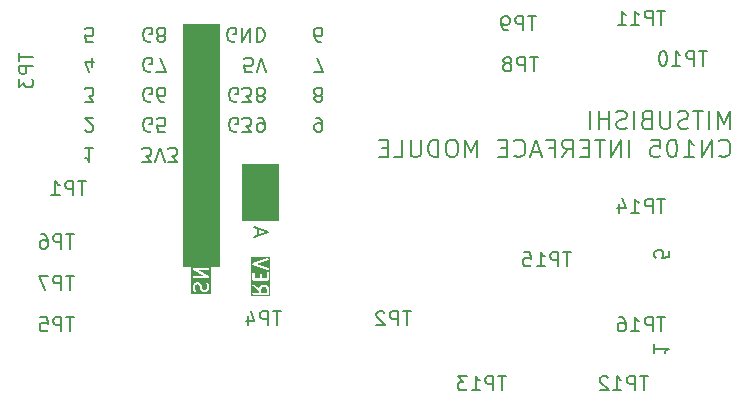
<source format=gbo>
%TF.GenerationSoftware,KiCad,Pcbnew,9.0.0-rc3-13-g9b184afb43*%
%TF.CreationDate,2025-02-16T14:58:27-08:00*%
%TF.ProjectId,Carrier_Board,43617272-6965-4725-9f42-6f6172642e6b,rev?*%
%TF.SameCoordinates,Original*%
%TF.FileFunction,Legend,Bot*%
%TF.FilePolarity,Positive*%
%FSLAX46Y46*%
G04 Gerber Fmt 4.6, Leading zero omitted, Abs format (unit mm)*
G04 Created by KiCad (PCBNEW 9.0.0-rc3-13-g9b184afb43) date 2025-02-16 14:58:27*
%MOMM*%
%LPD*%
G01*
G04 APERTURE LIST*
%ADD10C,0.100000*%
%ADD11C,0.180000*%
%ADD12C,0.200000*%
G04 APERTURE END LIST*
D10*
X139250000Y-96381250D02*
X142250000Y-96381250D01*
X142250000Y-101143750D01*
X139250000Y-101143750D01*
X139250000Y-96381250D01*
G36*
X139250000Y-96381250D02*
G01*
X142250000Y-96381250D01*
X142250000Y-101143750D01*
X139250000Y-101143750D01*
X139250000Y-96381250D01*
G37*
X134250000Y-84525000D02*
X137250000Y-84525000D01*
X137250000Y-105000000D01*
X134250000Y-105000000D01*
X134250000Y-84525000D01*
G36*
X134250000Y-84525000D02*
G01*
X137250000Y-84525000D01*
X137250000Y-105000000D01*
X134250000Y-105000000D01*
X134250000Y-84525000D01*
G37*
D11*
X140572074Y-102415507D02*
X140572074Y-101844079D01*
X140229217Y-102529793D02*
X141429217Y-102129793D01*
X141429217Y-102129793D02*
X140229217Y-101729793D01*
G36*
X136579550Y-107376340D02*
G01*
X134932884Y-107376340D01*
X134932884Y-106695864D01*
X135066217Y-106695864D01*
X135066217Y-106981579D01*
X135067091Y-106990462D01*
X135066923Y-106992836D01*
X135067632Y-106995956D01*
X135067946Y-106999137D01*
X135068855Y-107001332D01*
X135070836Y-107010040D01*
X135127979Y-107181468D01*
X135135171Y-107197578D01*
X135158180Y-107224106D01*
X135189589Y-107239811D01*
X135224617Y-107242300D01*
X135257931Y-107231196D01*
X135284459Y-107208187D01*
X135300164Y-107176778D01*
X135302654Y-107141750D01*
X135298741Y-107124546D01*
X135246217Y-106966974D01*
X135246217Y-106717110D01*
X135287326Y-106634891D01*
X135323815Y-106598401D01*
X135406034Y-106557293D01*
X135477829Y-106557293D01*
X135560048Y-106598403D01*
X135596534Y-106634890D01*
X135642728Y-106727276D01*
X135697475Y-106946265D01*
X135697938Y-106947560D01*
X135697984Y-106948208D01*
X135700774Y-106955498D01*
X135703411Y-106962879D01*
X135703798Y-106963402D01*
X135704290Y-106964686D01*
X135761433Y-107078971D01*
X135766189Y-107086526D01*
X135767099Y-107088723D01*
X135769128Y-107091196D01*
X135770832Y-107093902D01*
X135772625Y-107095457D01*
X135778291Y-107102361D01*
X135835434Y-107159503D01*
X135842336Y-107165167D01*
X135843894Y-107166964D01*
X135846600Y-107168667D01*
X135849072Y-107170696D01*
X135851268Y-107171605D01*
X135858825Y-107176362D01*
X135973111Y-107233506D01*
X135989589Y-107239811D01*
X135992813Y-107240040D01*
X135995802Y-107241278D01*
X136013360Y-107243007D01*
X136127645Y-107243007D01*
X136145203Y-107241278D01*
X136148191Y-107240040D01*
X136151417Y-107239811D01*
X136167894Y-107233505D01*
X136282181Y-107176362D01*
X136289739Y-107171604D01*
X136291933Y-107170696D01*
X136294402Y-107168669D01*
X136297112Y-107166964D01*
X136298670Y-107165166D01*
X136305571Y-107159504D01*
X136362713Y-107102361D01*
X136368375Y-107095461D01*
X136370174Y-107093902D01*
X136371880Y-107091191D01*
X136373906Y-107088723D01*
X136374814Y-107086529D01*
X136379572Y-107078971D01*
X136436715Y-106964685D01*
X136443021Y-106948208D01*
X136443250Y-106944982D01*
X136444488Y-106941994D01*
X136446217Y-106924436D01*
X136446217Y-106638721D01*
X136445342Y-106629837D01*
X136445511Y-106627464D01*
X136444801Y-106624343D01*
X136444488Y-106621163D01*
X136443578Y-106618967D01*
X136441598Y-106610260D01*
X136384455Y-106438832D01*
X136377263Y-106422722D01*
X136354254Y-106396194D01*
X136322845Y-106380489D01*
X136287817Y-106377999D01*
X136254503Y-106389104D01*
X136227975Y-106412113D01*
X136212270Y-106443522D01*
X136209780Y-106478550D01*
X136213693Y-106495754D01*
X136266217Y-106653325D01*
X136266217Y-106903189D01*
X136225107Y-106985408D01*
X136188618Y-107021897D01*
X136106400Y-107063007D01*
X136034606Y-107063007D01*
X135952387Y-107021898D01*
X135915896Y-106985406D01*
X135869705Y-106893024D01*
X135814958Y-106674036D01*
X135814495Y-106672740D01*
X135814449Y-106672092D01*
X135811658Y-106664801D01*
X135809022Y-106657421D01*
X135808633Y-106656896D01*
X135808143Y-106655615D01*
X135751000Y-106541329D01*
X135746244Y-106533773D01*
X135745335Y-106531578D01*
X135743307Y-106529107D01*
X135741602Y-106526398D01*
X135739803Y-106524838D01*
X135734142Y-106517940D01*
X135677000Y-106460797D01*
X135670100Y-106455134D01*
X135668541Y-106453336D01*
X135665830Y-106451629D01*
X135663362Y-106449604D01*
X135661168Y-106448695D01*
X135653610Y-106443938D01*
X135539323Y-106386795D01*
X135522846Y-106380489D01*
X135519620Y-106380259D01*
X135516632Y-106379022D01*
X135499074Y-106377293D01*
X135384788Y-106377293D01*
X135367230Y-106379022D01*
X135364241Y-106380259D01*
X135361017Y-106380489D01*
X135344539Y-106386794D01*
X135230253Y-106443938D01*
X135222696Y-106448694D01*
X135220500Y-106449604D01*
X135218028Y-106451632D01*
X135215322Y-106453336D01*
X135213764Y-106455132D01*
X135206862Y-106460797D01*
X135149720Y-106517940D01*
X135144056Y-106524841D01*
X135142261Y-106526398D01*
X135140557Y-106529103D01*
X135138527Y-106531578D01*
X135137616Y-106533775D01*
X135132862Y-106541329D01*
X135075719Y-106655614D01*
X135069413Y-106672092D01*
X135069183Y-106675317D01*
X135067946Y-106678306D01*
X135066217Y-106695864D01*
X134932884Y-106695864D01*
X134932884Y-105273579D01*
X135066437Y-105273579D01*
X135067946Y-105279111D01*
X135067946Y-105284851D01*
X135072528Y-105295913D01*
X135075677Y-105307458D01*
X135079189Y-105311993D01*
X135081385Y-105317294D01*
X135089848Y-105325757D01*
X135097178Y-105335222D01*
X135104536Y-105340445D01*
X135106216Y-105342125D01*
X135107863Y-105342807D01*
X135111565Y-105345435D01*
X136017316Y-105863007D01*
X135156217Y-105863007D01*
X135138659Y-105864736D01*
X135106216Y-105878175D01*
X135081385Y-105903006D01*
X135067946Y-105935449D01*
X135067946Y-105970565D01*
X135081385Y-106003008D01*
X135106216Y-106027839D01*
X135138659Y-106041278D01*
X135156217Y-106043007D01*
X136356217Y-106043007D01*
X136360734Y-106042562D01*
X136362503Y-106042787D01*
X136364792Y-106042162D01*
X136373775Y-106041278D01*
X136384837Y-106036695D01*
X136396382Y-106033547D01*
X136400917Y-106030034D01*
X136406218Y-106027839D01*
X136414681Y-106019375D01*
X136424146Y-106012046D01*
X136426992Y-106007064D01*
X136431049Y-106003008D01*
X136435628Y-105991951D01*
X136441569Y-105981557D01*
X136442292Y-105975865D01*
X136444488Y-105970565D01*
X136444488Y-105958592D01*
X136445997Y-105946721D01*
X136444488Y-105941188D01*
X136444488Y-105935449D01*
X136439905Y-105924386D01*
X136436757Y-105912842D01*
X136433244Y-105908306D01*
X136431049Y-105903006D01*
X136422587Y-105894544D01*
X136415256Y-105885077D01*
X136407895Y-105879852D01*
X136406218Y-105878175D01*
X136404571Y-105877492D01*
X136400869Y-105874865D01*
X135495118Y-105357293D01*
X136356217Y-105357293D01*
X136373775Y-105355564D01*
X136406218Y-105342125D01*
X136431049Y-105317294D01*
X136444488Y-105284851D01*
X136444488Y-105249735D01*
X136431049Y-105217292D01*
X136406218Y-105192461D01*
X136373775Y-105179022D01*
X136356217Y-105177293D01*
X135156217Y-105177293D01*
X135151699Y-105177737D01*
X135149931Y-105177513D01*
X135147641Y-105178137D01*
X135138659Y-105179022D01*
X135127596Y-105183604D01*
X135116052Y-105186753D01*
X135111516Y-105190265D01*
X135106216Y-105192461D01*
X135097752Y-105200924D01*
X135088288Y-105208254D01*
X135085441Y-105213235D01*
X135081385Y-105217292D01*
X135076805Y-105228348D01*
X135070865Y-105238743D01*
X135070141Y-105244434D01*
X135067946Y-105249735D01*
X135067946Y-105261707D01*
X135066437Y-105273579D01*
X134932884Y-105273579D01*
X134932884Y-105043960D01*
X136579550Y-105043960D01*
X136579550Y-107376340D01*
G37*
G36*
X141236618Y-106803759D02*
G01*
X141273107Y-106840248D01*
X141314217Y-106922467D01*
X141314217Y-107268364D01*
X140865645Y-107268364D01*
X140865645Y-106922467D01*
X140906753Y-106840250D01*
X140943244Y-106803758D01*
X141025463Y-106762650D01*
X141154400Y-106762650D01*
X141236618Y-106803759D01*
G37*
G36*
X141627550Y-107581697D02*
G01*
X139980884Y-107581697D01*
X139980884Y-106670699D01*
X140114239Y-106670699D01*
X140120341Y-106705281D01*
X140139213Y-106734896D01*
X140152605Y-106746381D01*
X140685645Y-107119509D01*
X140685645Y-107268364D01*
X140204217Y-107268364D01*
X140186659Y-107270093D01*
X140154216Y-107283532D01*
X140129385Y-107308363D01*
X140115946Y-107340806D01*
X140115946Y-107375922D01*
X140129385Y-107408365D01*
X140154216Y-107433196D01*
X140186659Y-107446635D01*
X140204217Y-107448364D01*
X141404217Y-107448364D01*
X141421775Y-107446635D01*
X141454218Y-107433196D01*
X141479049Y-107408365D01*
X141492488Y-107375922D01*
X141494217Y-107358364D01*
X141494217Y-106901221D01*
X141492488Y-106883663D01*
X141491250Y-106880674D01*
X141491021Y-106877449D01*
X141484715Y-106860972D01*
X141427572Y-106746686D01*
X141422814Y-106739127D01*
X141421906Y-106736934D01*
X141419880Y-106734465D01*
X141418174Y-106731755D01*
X141416375Y-106730195D01*
X141410713Y-106723296D01*
X141353571Y-106666153D01*
X141346670Y-106660490D01*
X141345112Y-106658693D01*
X141342402Y-106656987D01*
X141339933Y-106654961D01*
X141337739Y-106654052D01*
X141330181Y-106649295D01*
X141215894Y-106592152D01*
X141199417Y-106585846D01*
X141196191Y-106585616D01*
X141193203Y-106584379D01*
X141175645Y-106582650D01*
X141004217Y-106582650D01*
X140986659Y-106584379D01*
X140983670Y-106585616D01*
X140980446Y-106585846D01*
X140963968Y-106592151D01*
X140849682Y-106649295D01*
X140842125Y-106654051D01*
X140839929Y-106654961D01*
X140837457Y-106656989D01*
X140834751Y-106658693D01*
X140833193Y-106660489D01*
X140826291Y-106666154D01*
X140769148Y-106723296D01*
X140763482Y-106730199D01*
X140761689Y-106731755D01*
X140759985Y-106734460D01*
X140757956Y-106736934D01*
X140757046Y-106739130D01*
X140752290Y-106746686D01*
X140695147Y-106860971D01*
X140688841Y-106877449D01*
X140688611Y-106880674D01*
X140687374Y-106883663D01*
X140685776Y-106899882D01*
X140255829Y-106598919D01*
X140240453Y-106590267D01*
X140206168Y-106582672D01*
X140171586Y-106588774D01*
X140141971Y-106607646D01*
X140121834Y-106636414D01*
X140114239Y-106670699D01*
X139980884Y-106670699D01*
X139980884Y-105586936D01*
X140114217Y-105586936D01*
X140114217Y-106158364D01*
X140115946Y-106175922D01*
X140129385Y-106208365D01*
X140154216Y-106233196D01*
X140186659Y-106246635D01*
X140204217Y-106248364D01*
X141404217Y-106248364D01*
X141421775Y-106246635D01*
X141454218Y-106233196D01*
X141479049Y-106208365D01*
X141492488Y-106175922D01*
X141494217Y-106158364D01*
X141494217Y-105586936D01*
X141492488Y-105569378D01*
X141479049Y-105536935D01*
X141454218Y-105512104D01*
X141421775Y-105498665D01*
X141386659Y-105498665D01*
X141354216Y-105512104D01*
X141329385Y-105536935D01*
X141315946Y-105569378D01*
X141314217Y-105586936D01*
X141314217Y-106068364D01*
X140922788Y-106068364D01*
X140922788Y-105758364D01*
X140921059Y-105740806D01*
X140907620Y-105708363D01*
X140882789Y-105683532D01*
X140850346Y-105670093D01*
X140815230Y-105670093D01*
X140782787Y-105683532D01*
X140757956Y-105708363D01*
X140744517Y-105740806D01*
X140742788Y-105758364D01*
X140742788Y-106068364D01*
X140294217Y-106068364D01*
X140294217Y-105586936D01*
X140292488Y-105569378D01*
X140279049Y-105536935D01*
X140254218Y-105512104D01*
X140221775Y-105498665D01*
X140186659Y-105498665D01*
X140154216Y-105512104D01*
X140129385Y-105536935D01*
X140115946Y-105569378D01*
X140114217Y-105586936D01*
X139980884Y-105586936D01*
X139980884Y-104832822D01*
X140114923Y-104832822D01*
X140115723Y-104844079D01*
X140114923Y-104855336D01*
X140116957Y-104861438D01*
X140117413Y-104867850D01*
X140122457Y-104877938D01*
X140126028Y-104888650D01*
X140130243Y-104893510D01*
X140133118Y-104899259D01*
X140141642Y-104906653D01*
X140149037Y-104915178D01*
X140154785Y-104918052D01*
X140159646Y-104922268D01*
X140175757Y-104929460D01*
X141375756Y-105329460D01*
X141392960Y-105333373D01*
X141427988Y-105330883D01*
X141459397Y-105315178D01*
X141482406Y-105288650D01*
X141493510Y-105255336D01*
X141491021Y-105220308D01*
X141475316Y-105188899D01*
X141448788Y-105165890D01*
X141432677Y-105158697D01*
X140488820Y-104844079D01*
X141432677Y-104529461D01*
X141448788Y-104522268D01*
X141475316Y-104499259D01*
X141491021Y-104467850D01*
X141493510Y-104432822D01*
X141482406Y-104399508D01*
X141459397Y-104372980D01*
X141427988Y-104357275D01*
X141392960Y-104354785D01*
X141375756Y-104358698D01*
X140175757Y-104758698D01*
X140159646Y-104765890D01*
X140154785Y-104770105D01*
X140149037Y-104772980D01*
X140141642Y-104781504D01*
X140133118Y-104788899D01*
X140130243Y-104794647D01*
X140126028Y-104799508D01*
X140122457Y-104810219D01*
X140117413Y-104820308D01*
X140116957Y-104826719D01*
X140114923Y-104832822D01*
X139980884Y-104832822D01*
X139980884Y-104221452D01*
X141627550Y-104221452D01*
X141627550Y-107581697D01*
G37*
D12*
X180511279Y-93391112D02*
X180511279Y-91891112D01*
X180511279Y-91891112D02*
X180011279Y-92962541D01*
X180011279Y-92962541D02*
X179511279Y-91891112D01*
X179511279Y-91891112D02*
X179511279Y-93391112D01*
X178796993Y-93391112D02*
X178796993Y-91891112D01*
X178296992Y-91891112D02*
X177439850Y-91891112D01*
X177868421Y-93391112D02*
X177868421Y-91891112D01*
X177011278Y-93319684D02*
X176796993Y-93391112D01*
X176796993Y-93391112D02*
X176439850Y-93391112D01*
X176439850Y-93391112D02*
X176296993Y-93319684D01*
X176296993Y-93319684D02*
X176225564Y-93248255D01*
X176225564Y-93248255D02*
X176154135Y-93105398D01*
X176154135Y-93105398D02*
X176154135Y-92962541D01*
X176154135Y-92962541D02*
X176225564Y-92819684D01*
X176225564Y-92819684D02*
X176296993Y-92748255D01*
X176296993Y-92748255D02*
X176439850Y-92676826D01*
X176439850Y-92676826D02*
X176725564Y-92605398D01*
X176725564Y-92605398D02*
X176868421Y-92533969D01*
X176868421Y-92533969D02*
X176939850Y-92462541D01*
X176939850Y-92462541D02*
X177011278Y-92319684D01*
X177011278Y-92319684D02*
X177011278Y-92176826D01*
X177011278Y-92176826D02*
X176939850Y-92033969D01*
X176939850Y-92033969D02*
X176868421Y-91962541D01*
X176868421Y-91962541D02*
X176725564Y-91891112D01*
X176725564Y-91891112D02*
X176368421Y-91891112D01*
X176368421Y-91891112D02*
X176154135Y-91962541D01*
X175511279Y-91891112D02*
X175511279Y-93105398D01*
X175511279Y-93105398D02*
X175439850Y-93248255D01*
X175439850Y-93248255D02*
X175368422Y-93319684D01*
X175368422Y-93319684D02*
X175225564Y-93391112D01*
X175225564Y-93391112D02*
X174939850Y-93391112D01*
X174939850Y-93391112D02*
X174796993Y-93319684D01*
X174796993Y-93319684D02*
X174725564Y-93248255D01*
X174725564Y-93248255D02*
X174654136Y-93105398D01*
X174654136Y-93105398D02*
X174654136Y-91891112D01*
X173439850Y-92605398D02*
X173225564Y-92676826D01*
X173225564Y-92676826D02*
X173154135Y-92748255D01*
X173154135Y-92748255D02*
X173082707Y-92891112D01*
X173082707Y-92891112D02*
X173082707Y-93105398D01*
X173082707Y-93105398D02*
X173154135Y-93248255D01*
X173154135Y-93248255D02*
X173225564Y-93319684D01*
X173225564Y-93319684D02*
X173368421Y-93391112D01*
X173368421Y-93391112D02*
X173939850Y-93391112D01*
X173939850Y-93391112D02*
X173939850Y-91891112D01*
X173939850Y-91891112D02*
X173439850Y-91891112D01*
X173439850Y-91891112D02*
X173296993Y-91962541D01*
X173296993Y-91962541D02*
X173225564Y-92033969D01*
X173225564Y-92033969D02*
X173154135Y-92176826D01*
X173154135Y-92176826D02*
X173154135Y-92319684D01*
X173154135Y-92319684D02*
X173225564Y-92462541D01*
X173225564Y-92462541D02*
X173296993Y-92533969D01*
X173296993Y-92533969D02*
X173439850Y-92605398D01*
X173439850Y-92605398D02*
X173939850Y-92605398D01*
X172439850Y-93391112D02*
X172439850Y-91891112D01*
X171796992Y-93319684D02*
X171582707Y-93391112D01*
X171582707Y-93391112D02*
X171225564Y-93391112D01*
X171225564Y-93391112D02*
X171082707Y-93319684D01*
X171082707Y-93319684D02*
X171011278Y-93248255D01*
X171011278Y-93248255D02*
X170939849Y-93105398D01*
X170939849Y-93105398D02*
X170939849Y-92962541D01*
X170939849Y-92962541D02*
X171011278Y-92819684D01*
X171011278Y-92819684D02*
X171082707Y-92748255D01*
X171082707Y-92748255D02*
X171225564Y-92676826D01*
X171225564Y-92676826D02*
X171511278Y-92605398D01*
X171511278Y-92605398D02*
X171654135Y-92533969D01*
X171654135Y-92533969D02*
X171725564Y-92462541D01*
X171725564Y-92462541D02*
X171796992Y-92319684D01*
X171796992Y-92319684D02*
X171796992Y-92176826D01*
X171796992Y-92176826D02*
X171725564Y-92033969D01*
X171725564Y-92033969D02*
X171654135Y-91962541D01*
X171654135Y-91962541D02*
X171511278Y-91891112D01*
X171511278Y-91891112D02*
X171154135Y-91891112D01*
X171154135Y-91891112D02*
X170939849Y-91962541D01*
X170296993Y-93391112D02*
X170296993Y-91891112D01*
X170296993Y-92605398D02*
X169439850Y-92605398D01*
X169439850Y-93391112D02*
X169439850Y-91891112D01*
X168725564Y-93391112D02*
X168725564Y-91891112D01*
X179654136Y-95663171D02*
X179725564Y-95734600D01*
X179725564Y-95734600D02*
X179939850Y-95806028D01*
X179939850Y-95806028D02*
X180082707Y-95806028D01*
X180082707Y-95806028D02*
X180296993Y-95734600D01*
X180296993Y-95734600D02*
X180439850Y-95591742D01*
X180439850Y-95591742D02*
X180511279Y-95448885D01*
X180511279Y-95448885D02*
X180582707Y-95163171D01*
X180582707Y-95163171D02*
X180582707Y-94948885D01*
X180582707Y-94948885D02*
X180511279Y-94663171D01*
X180511279Y-94663171D02*
X180439850Y-94520314D01*
X180439850Y-94520314D02*
X180296993Y-94377457D01*
X180296993Y-94377457D02*
X180082707Y-94306028D01*
X180082707Y-94306028D02*
X179939850Y-94306028D01*
X179939850Y-94306028D02*
X179725564Y-94377457D01*
X179725564Y-94377457D02*
X179654136Y-94448885D01*
X179011279Y-95806028D02*
X179011279Y-94306028D01*
X179011279Y-94306028D02*
X178154136Y-95806028D01*
X178154136Y-95806028D02*
X178154136Y-94306028D01*
X176654135Y-95806028D02*
X177511278Y-95806028D01*
X177082707Y-95806028D02*
X177082707Y-94306028D01*
X177082707Y-94306028D02*
X177225564Y-94520314D01*
X177225564Y-94520314D02*
X177368421Y-94663171D01*
X177368421Y-94663171D02*
X177511278Y-94734600D01*
X175725564Y-94306028D02*
X175582707Y-94306028D01*
X175582707Y-94306028D02*
X175439850Y-94377457D01*
X175439850Y-94377457D02*
X175368422Y-94448885D01*
X175368422Y-94448885D02*
X175296993Y-94591742D01*
X175296993Y-94591742D02*
X175225564Y-94877457D01*
X175225564Y-94877457D02*
X175225564Y-95234600D01*
X175225564Y-95234600D02*
X175296993Y-95520314D01*
X175296993Y-95520314D02*
X175368422Y-95663171D01*
X175368422Y-95663171D02*
X175439850Y-95734600D01*
X175439850Y-95734600D02*
X175582707Y-95806028D01*
X175582707Y-95806028D02*
X175725564Y-95806028D01*
X175725564Y-95806028D02*
X175868422Y-95734600D01*
X175868422Y-95734600D02*
X175939850Y-95663171D01*
X175939850Y-95663171D02*
X176011279Y-95520314D01*
X176011279Y-95520314D02*
X176082707Y-95234600D01*
X176082707Y-95234600D02*
X176082707Y-94877457D01*
X176082707Y-94877457D02*
X176011279Y-94591742D01*
X176011279Y-94591742D02*
X175939850Y-94448885D01*
X175939850Y-94448885D02*
X175868422Y-94377457D01*
X175868422Y-94377457D02*
X175725564Y-94306028D01*
X173868422Y-94306028D02*
X174582708Y-94306028D01*
X174582708Y-94306028D02*
X174654136Y-95020314D01*
X174654136Y-95020314D02*
X174582708Y-94948885D01*
X174582708Y-94948885D02*
X174439851Y-94877457D01*
X174439851Y-94877457D02*
X174082708Y-94877457D01*
X174082708Y-94877457D02*
X173939851Y-94948885D01*
X173939851Y-94948885D02*
X173868422Y-95020314D01*
X173868422Y-95020314D02*
X173796993Y-95163171D01*
X173796993Y-95163171D02*
X173796993Y-95520314D01*
X173796993Y-95520314D02*
X173868422Y-95663171D01*
X173868422Y-95663171D02*
X173939851Y-95734600D01*
X173939851Y-95734600D02*
X174082708Y-95806028D01*
X174082708Y-95806028D02*
X174439851Y-95806028D01*
X174439851Y-95806028D02*
X174582708Y-95734600D01*
X174582708Y-95734600D02*
X174654136Y-95663171D01*
X172011280Y-95806028D02*
X172011280Y-94306028D01*
X171296994Y-95806028D02*
X171296994Y-94306028D01*
X171296994Y-94306028D02*
X170439851Y-95806028D01*
X170439851Y-95806028D02*
X170439851Y-94306028D01*
X169939850Y-94306028D02*
X169082708Y-94306028D01*
X169511279Y-95806028D02*
X169511279Y-94306028D01*
X168582708Y-95020314D02*
X168082708Y-95020314D01*
X167868422Y-95806028D02*
X168582708Y-95806028D01*
X168582708Y-95806028D02*
X168582708Y-94306028D01*
X168582708Y-94306028D02*
X167868422Y-94306028D01*
X166368422Y-95806028D02*
X166868422Y-95091742D01*
X167225565Y-95806028D02*
X167225565Y-94306028D01*
X167225565Y-94306028D02*
X166654136Y-94306028D01*
X166654136Y-94306028D02*
X166511279Y-94377457D01*
X166511279Y-94377457D02*
X166439850Y-94448885D01*
X166439850Y-94448885D02*
X166368422Y-94591742D01*
X166368422Y-94591742D02*
X166368422Y-94806028D01*
X166368422Y-94806028D02*
X166439850Y-94948885D01*
X166439850Y-94948885D02*
X166511279Y-95020314D01*
X166511279Y-95020314D02*
X166654136Y-95091742D01*
X166654136Y-95091742D02*
X167225565Y-95091742D01*
X165225565Y-95020314D02*
X165725565Y-95020314D01*
X165725565Y-95806028D02*
X165725565Y-94306028D01*
X165725565Y-94306028D02*
X165011279Y-94306028D01*
X164511279Y-95377457D02*
X163796994Y-95377457D01*
X164654136Y-95806028D02*
X164154136Y-94306028D01*
X164154136Y-94306028D02*
X163654136Y-95806028D01*
X162296994Y-95663171D02*
X162368422Y-95734600D01*
X162368422Y-95734600D02*
X162582708Y-95806028D01*
X162582708Y-95806028D02*
X162725565Y-95806028D01*
X162725565Y-95806028D02*
X162939851Y-95734600D01*
X162939851Y-95734600D02*
X163082708Y-95591742D01*
X163082708Y-95591742D02*
X163154137Y-95448885D01*
X163154137Y-95448885D02*
X163225565Y-95163171D01*
X163225565Y-95163171D02*
X163225565Y-94948885D01*
X163225565Y-94948885D02*
X163154137Y-94663171D01*
X163154137Y-94663171D02*
X163082708Y-94520314D01*
X163082708Y-94520314D02*
X162939851Y-94377457D01*
X162939851Y-94377457D02*
X162725565Y-94306028D01*
X162725565Y-94306028D02*
X162582708Y-94306028D01*
X162582708Y-94306028D02*
X162368422Y-94377457D01*
X162368422Y-94377457D02*
X162296994Y-94448885D01*
X161654137Y-95020314D02*
X161154137Y-95020314D01*
X160939851Y-95806028D02*
X161654137Y-95806028D01*
X161654137Y-95806028D02*
X161654137Y-94306028D01*
X161654137Y-94306028D02*
X160939851Y-94306028D01*
X159154137Y-95806028D02*
X159154137Y-94306028D01*
X159154137Y-94306028D02*
X158654137Y-95377457D01*
X158654137Y-95377457D02*
X158154137Y-94306028D01*
X158154137Y-94306028D02*
X158154137Y-95806028D01*
X157154136Y-94306028D02*
X156868422Y-94306028D01*
X156868422Y-94306028D02*
X156725565Y-94377457D01*
X156725565Y-94377457D02*
X156582708Y-94520314D01*
X156582708Y-94520314D02*
X156511279Y-94806028D01*
X156511279Y-94806028D02*
X156511279Y-95306028D01*
X156511279Y-95306028D02*
X156582708Y-95591742D01*
X156582708Y-95591742D02*
X156725565Y-95734600D01*
X156725565Y-95734600D02*
X156868422Y-95806028D01*
X156868422Y-95806028D02*
X157154136Y-95806028D01*
X157154136Y-95806028D02*
X157296994Y-95734600D01*
X157296994Y-95734600D02*
X157439851Y-95591742D01*
X157439851Y-95591742D02*
X157511279Y-95306028D01*
X157511279Y-95306028D02*
X157511279Y-94806028D01*
X157511279Y-94806028D02*
X157439851Y-94520314D01*
X157439851Y-94520314D02*
X157296994Y-94377457D01*
X157296994Y-94377457D02*
X157154136Y-94306028D01*
X155868422Y-95806028D02*
X155868422Y-94306028D01*
X155868422Y-94306028D02*
X155511279Y-94306028D01*
X155511279Y-94306028D02*
X155296993Y-94377457D01*
X155296993Y-94377457D02*
X155154136Y-94520314D01*
X155154136Y-94520314D02*
X155082707Y-94663171D01*
X155082707Y-94663171D02*
X155011279Y-94948885D01*
X155011279Y-94948885D02*
X155011279Y-95163171D01*
X155011279Y-95163171D02*
X155082707Y-95448885D01*
X155082707Y-95448885D02*
X155154136Y-95591742D01*
X155154136Y-95591742D02*
X155296993Y-95734600D01*
X155296993Y-95734600D02*
X155511279Y-95806028D01*
X155511279Y-95806028D02*
X155868422Y-95806028D01*
X154368422Y-94306028D02*
X154368422Y-95520314D01*
X154368422Y-95520314D02*
X154296993Y-95663171D01*
X154296993Y-95663171D02*
X154225565Y-95734600D01*
X154225565Y-95734600D02*
X154082707Y-95806028D01*
X154082707Y-95806028D02*
X153796993Y-95806028D01*
X153796993Y-95806028D02*
X153654136Y-95734600D01*
X153654136Y-95734600D02*
X153582707Y-95663171D01*
X153582707Y-95663171D02*
X153511279Y-95520314D01*
X153511279Y-95520314D02*
X153511279Y-94306028D01*
X152082707Y-95806028D02*
X152796993Y-95806028D01*
X152796993Y-95806028D02*
X152796993Y-94306028D01*
X151582707Y-95020314D02*
X151082707Y-95020314D01*
X150868421Y-95806028D02*
X151582707Y-95806028D01*
X151582707Y-95806028D02*
X151582707Y-94306028D01*
X151582707Y-94306028D02*
X150868421Y-94306028D01*
D11*
X125967293Y-93539931D02*
X126024436Y-93597074D01*
X126024436Y-93597074D02*
X126138722Y-93654217D01*
X126138722Y-93654217D02*
X126424436Y-93654217D01*
X126424436Y-93654217D02*
X126538722Y-93597074D01*
X126538722Y-93597074D02*
X126595864Y-93539931D01*
X126595864Y-93539931D02*
X126653007Y-93425645D01*
X126653007Y-93425645D02*
X126653007Y-93311360D01*
X126653007Y-93311360D02*
X126595864Y-93139931D01*
X126595864Y-93139931D02*
X125910150Y-92454217D01*
X125910150Y-92454217D02*
X126653007Y-92454217D01*
X131532706Y-91057074D02*
X131418421Y-91114217D01*
X131418421Y-91114217D02*
X131246992Y-91114217D01*
X131246992Y-91114217D02*
X131075563Y-91057074D01*
X131075563Y-91057074D02*
X130961278Y-90942788D01*
X130961278Y-90942788D02*
X130904135Y-90828502D01*
X130904135Y-90828502D02*
X130846992Y-90599931D01*
X130846992Y-90599931D02*
X130846992Y-90428502D01*
X130846992Y-90428502D02*
X130904135Y-90199931D01*
X130904135Y-90199931D02*
X130961278Y-90085645D01*
X130961278Y-90085645D02*
X131075563Y-89971360D01*
X131075563Y-89971360D02*
X131246992Y-89914217D01*
X131246992Y-89914217D02*
X131361278Y-89914217D01*
X131361278Y-89914217D02*
X131532706Y-89971360D01*
X131532706Y-89971360D02*
X131589849Y-90028502D01*
X131589849Y-90028502D02*
X131589849Y-90428502D01*
X131589849Y-90428502D02*
X131361278Y-90428502D01*
X132618421Y-91114217D02*
X132389849Y-91114217D01*
X132389849Y-91114217D02*
X132275563Y-91057074D01*
X132275563Y-91057074D02*
X132218421Y-90999931D01*
X132218421Y-90999931D02*
X132104135Y-90828502D01*
X132104135Y-90828502D02*
X132046992Y-90599931D01*
X132046992Y-90599931D02*
X132046992Y-90142788D01*
X132046992Y-90142788D02*
X132104135Y-90028502D01*
X132104135Y-90028502D02*
X132161278Y-89971360D01*
X132161278Y-89971360D02*
X132275563Y-89914217D01*
X132275563Y-89914217D02*
X132504135Y-89914217D01*
X132504135Y-89914217D02*
X132618421Y-89971360D01*
X132618421Y-89971360D02*
X132675563Y-90028502D01*
X132675563Y-90028502D02*
X132732706Y-90142788D01*
X132732706Y-90142788D02*
X132732706Y-90428502D01*
X132732706Y-90428502D02*
X132675563Y-90542788D01*
X132675563Y-90542788D02*
X132618421Y-90599931D01*
X132618421Y-90599931D02*
X132504135Y-90657074D01*
X132504135Y-90657074D02*
X132275563Y-90657074D01*
X132275563Y-90657074D02*
X132161278Y-90599931D01*
X132161278Y-90599931D02*
X132104135Y-90542788D01*
X132104135Y-90542788D02*
X132046992Y-90428502D01*
X131532706Y-85977074D02*
X131418421Y-86034217D01*
X131418421Y-86034217D02*
X131246992Y-86034217D01*
X131246992Y-86034217D02*
X131075563Y-85977074D01*
X131075563Y-85977074D02*
X130961278Y-85862788D01*
X130961278Y-85862788D02*
X130904135Y-85748502D01*
X130904135Y-85748502D02*
X130846992Y-85519931D01*
X130846992Y-85519931D02*
X130846992Y-85348502D01*
X130846992Y-85348502D02*
X130904135Y-85119931D01*
X130904135Y-85119931D02*
X130961278Y-85005645D01*
X130961278Y-85005645D02*
X131075563Y-84891360D01*
X131075563Y-84891360D02*
X131246992Y-84834217D01*
X131246992Y-84834217D02*
X131361278Y-84834217D01*
X131361278Y-84834217D02*
X131532706Y-84891360D01*
X131532706Y-84891360D02*
X131589849Y-84948502D01*
X131589849Y-84948502D02*
X131589849Y-85348502D01*
X131589849Y-85348502D02*
X131361278Y-85348502D01*
X132275563Y-85519931D02*
X132161278Y-85577074D01*
X132161278Y-85577074D02*
X132104135Y-85634217D01*
X132104135Y-85634217D02*
X132046992Y-85748502D01*
X132046992Y-85748502D02*
X132046992Y-85805645D01*
X132046992Y-85805645D02*
X132104135Y-85919931D01*
X132104135Y-85919931D02*
X132161278Y-85977074D01*
X132161278Y-85977074D02*
X132275563Y-86034217D01*
X132275563Y-86034217D02*
X132504135Y-86034217D01*
X132504135Y-86034217D02*
X132618421Y-85977074D01*
X132618421Y-85977074D02*
X132675563Y-85919931D01*
X132675563Y-85919931D02*
X132732706Y-85805645D01*
X132732706Y-85805645D02*
X132732706Y-85748502D01*
X132732706Y-85748502D02*
X132675563Y-85634217D01*
X132675563Y-85634217D02*
X132618421Y-85577074D01*
X132618421Y-85577074D02*
X132504135Y-85519931D01*
X132504135Y-85519931D02*
X132275563Y-85519931D01*
X132275563Y-85519931D02*
X132161278Y-85462788D01*
X132161278Y-85462788D02*
X132104135Y-85405645D01*
X132104135Y-85405645D02*
X132046992Y-85291360D01*
X132046992Y-85291360D02*
X132046992Y-85062788D01*
X132046992Y-85062788D02*
X132104135Y-84948502D01*
X132104135Y-84948502D02*
X132161278Y-84891360D01*
X132161278Y-84891360D02*
X132275563Y-84834217D01*
X132275563Y-84834217D02*
X132504135Y-84834217D01*
X132504135Y-84834217D02*
X132618421Y-84891360D01*
X132618421Y-84891360D02*
X132675563Y-84948502D01*
X132675563Y-84948502D02*
X132732706Y-85062788D01*
X132732706Y-85062788D02*
X132732706Y-85291360D01*
X132732706Y-85291360D02*
X132675563Y-85405645D01*
X132675563Y-85405645D02*
X132618421Y-85462788D01*
X132618421Y-85462788D02*
X132504135Y-85519931D01*
X138638721Y-85977074D02*
X138524436Y-86034217D01*
X138524436Y-86034217D02*
X138353007Y-86034217D01*
X138353007Y-86034217D02*
X138181578Y-85977074D01*
X138181578Y-85977074D02*
X138067293Y-85862788D01*
X138067293Y-85862788D02*
X138010150Y-85748502D01*
X138010150Y-85748502D02*
X137953007Y-85519931D01*
X137953007Y-85519931D02*
X137953007Y-85348502D01*
X137953007Y-85348502D02*
X138010150Y-85119931D01*
X138010150Y-85119931D02*
X138067293Y-85005645D01*
X138067293Y-85005645D02*
X138181578Y-84891360D01*
X138181578Y-84891360D02*
X138353007Y-84834217D01*
X138353007Y-84834217D02*
X138467293Y-84834217D01*
X138467293Y-84834217D02*
X138638721Y-84891360D01*
X138638721Y-84891360D02*
X138695864Y-84948502D01*
X138695864Y-84948502D02*
X138695864Y-85348502D01*
X138695864Y-85348502D02*
X138467293Y-85348502D01*
X139210150Y-84834217D02*
X139210150Y-86034217D01*
X139210150Y-86034217D02*
X139895864Y-84834217D01*
X139895864Y-84834217D02*
X139895864Y-86034217D01*
X140467293Y-84834217D02*
X140467293Y-86034217D01*
X140467293Y-86034217D02*
X140753007Y-86034217D01*
X140753007Y-86034217D02*
X140924436Y-85977074D01*
X140924436Y-85977074D02*
X141038721Y-85862788D01*
X141038721Y-85862788D02*
X141095864Y-85748502D01*
X141095864Y-85748502D02*
X141153007Y-85519931D01*
X141153007Y-85519931D02*
X141153007Y-85348502D01*
X141153007Y-85348502D02*
X141095864Y-85119931D01*
X141095864Y-85119931D02*
X141038721Y-85005645D01*
X141038721Y-85005645D02*
X140924436Y-84891360D01*
X140924436Y-84891360D02*
X140753007Y-84834217D01*
X140753007Y-84834217D02*
X140467293Y-84834217D01*
X138810150Y-91057074D02*
X138695865Y-91114217D01*
X138695865Y-91114217D02*
X138524436Y-91114217D01*
X138524436Y-91114217D02*
X138353007Y-91057074D01*
X138353007Y-91057074D02*
X138238722Y-90942788D01*
X138238722Y-90942788D02*
X138181579Y-90828502D01*
X138181579Y-90828502D02*
X138124436Y-90599931D01*
X138124436Y-90599931D02*
X138124436Y-90428502D01*
X138124436Y-90428502D02*
X138181579Y-90199931D01*
X138181579Y-90199931D02*
X138238722Y-90085645D01*
X138238722Y-90085645D02*
X138353007Y-89971360D01*
X138353007Y-89971360D02*
X138524436Y-89914217D01*
X138524436Y-89914217D02*
X138638722Y-89914217D01*
X138638722Y-89914217D02*
X138810150Y-89971360D01*
X138810150Y-89971360D02*
X138867293Y-90028502D01*
X138867293Y-90028502D02*
X138867293Y-90428502D01*
X138867293Y-90428502D02*
X138638722Y-90428502D01*
X139267293Y-91114217D02*
X140010150Y-91114217D01*
X140010150Y-91114217D02*
X139610150Y-90657074D01*
X139610150Y-90657074D02*
X139781579Y-90657074D01*
X139781579Y-90657074D02*
X139895865Y-90599931D01*
X139895865Y-90599931D02*
X139953007Y-90542788D01*
X139953007Y-90542788D02*
X140010150Y-90428502D01*
X140010150Y-90428502D02*
X140010150Y-90142788D01*
X140010150Y-90142788D02*
X139953007Y-90028502D01*
X139953007Y-90028502D02*
X139895865Y-89971360D01*
X139895865Y-89971360D02*
X139781579Y-89914217D01*
X139781579Y-89914217D02*
X139438722Y-89914217D01*
X139438722Y-89914217D02*
X139324436Y-89971360D01*
X139324436Y-89971360D02*
X139267293Y-90028502D01*
X140695864Y-90599931D02*
X140581579Y-90657074D01*
X140581579Y-90657074D02*
X140524436Y-90714217D01*
X140524436Y-90714217D02*
X140467293Y-90828502D01*
X140467293Y-90828502D02*
X140467293Y-90885645D01*
X140467293Y-90885645D02*
X140524436Y-90999931D01*
X140524436Y-90999931D02*
X140581579Y-91057074D01*
X140581579Y-91057074D02*
X140695864Y-91114217D01*
X140695864Y-91114217D02*
X140924436Y-91114217D01*
X140924436Y-91114217D02*
X141038722Y-91057074D01*
X141038722Y-91057074D02*
X141095864Y-90999931D01*
X141095864Y-90999931D02*
X141153007Y-90885645D01*
X141153007Y-90885645D02*
X141153007Y-90828502D01*
X141153007Y-90828502D02*
X141095864Y-90714217D01*
X141095864Y-90714217D02*
X141038722Y-90657074D01*
X141038722Y-90657074D02*
X140924436Y-90599931D01*
X140924436Y-90599931D02*
X140695864Y-90599931D01*
X140695864Y-90599931D02*
X140581579Y-90542788D01*
X140581579Y-90542788D02*
X140524436Y-90485645D01*
X140524436Y-90485645D02*
X140467293Y-90371360D01*
X140467293Y-90371360D02*
X140467293Y-90142788D01*
X140467293Y-90142788D02*
X140524436Y-90028502D01*
X140524436Y-90028502D02*
X140581579Y-89971360D01*
X140581579Y-89971360D02*
X140695864Y-89914217D01*
X140695864Y-89914217D02*
X140924436Y-89914217D01*
X140924436Y-89914217D02*
X141038722Y-89971360D01*
X141038722Y-89971360D02*
X141095864Y-90028502D01*
X141095864Y-90028502D02*
X141153007Y-90142788D01*
X141153007Y-90142788D02*
X141153007Y-90371360D01*
X141153007Y-90371360D02*
X141095864Y-90485645D01*
X141095864Y-90485645D02*
X141038722Y-90542788D01*
X141038722Y-90542788D02*
X140924436Y-90599931D01*
X130789849Y-96194217D02*
X131532706Y-96194217D01*
X131532706Y-96194217D02*
X131132706Y-95737074D01*
X131132706Y-95737074D02*
X131304135Y-95737074D01*
X131304135Y-95737074D02*
X131418421Y-95679931D01*
X131418421Y-95679931D02*
X131475563Y-95622788D01*
X131475563Y-95622788D02*
X131532706Y-95508502D01*
X131532706Y-95508502D02*
X131532706Y-95222788D01*
X131532706Y-95222788D02*
X131475563Y-95108502D01*
X131475563Y-95108502D02*
X131418421Y-95051360D01*
X131418421Y-95051360D02*
X131304135Y-94994217D01*
X131304135Y-94994217D02*
X130961278Y-94994217D01*
X130961278Y-94994217D02*
X130846992Y-95051360D01*
X130846992Y-95051360D02*
X130789849Y-95108502D01*
X131875563Y-96194217D02*
X132275563Y-94994217D01*
X132275563Y-94994217D02*
X132675563Y-96194217D01*
X132961277Y-96194217D02*
X133704134Y-96194217D01*
X133704134Y-96194217D02*
X133304134Y-95737074D01*
X133304134Y-95737074D02*
X133475563Y-95737074D01*
X133475563Y-95737074D02*
X133589849Y-95679931D01*
X133589849Y-95679931D02*
X133646991Y-95622788D01*
X133646991Y-95622788D02*
X133704134Y-95508502D01*
X133704134Y-95508502D02*
X133704134Y-95222788D01*
X133704134Y-95222788D02*
X133646991Y-95108502D01*
X133646991Y-95108502D02*
X133589849Y-95051360D01*
X133589849Y-95051360D02*
X133475563Y-94994217D01*
X133475563Y-94994217D02*
X133132706Y-94994217D01*
X133132706Y-94994217D02*
X133018420Y-95051360D01*
X133018420Y-95051360D02*
X132961277Y-95108502D01*
X126595864Y-86034217D02*
X126024436Y-86034217D01*
X126024436Y-86034217D02*
X125967293Y-85462788D01*
X125967293Y-85462788D02*
X126024436Y-85519931D01*
X126024436Y-85519931D02*
X126138722Y-85577074D01*
X126138722Y-85577074D02*
X126424436Y-85577074D01*
X126424436Y-85577074D02*
X126538722Y-85519931D01*
X126538722Y-85519931D02*
X126595864Y-85462788D01*
X126595864Y-85462788D02*
X126653007Y-85348502D01*
X126653007Y-85348502D02*
X126653007Y-85062788D01*
X126653007Y-85062788D02*
X126595864Y-84948502D01*
X126595864Y-84948502D02*
X126538722Y-84891360D01*
X126538722Y-84891360D02*
X126424436Y-84834217D01*
X126424436Y-84834217D02*
X126138722Y-84834217D01*
X126138722Y-84834217D02*
X126024436Y-84891360D01*
X126024436Y-84891360D02*
X125967293Y-84948502D01*
X145461278Y-92454217D02*
X145689849Y-92454217D01*
X145689849Y-92454217D02*
X145804135Y-92511360D01*
X145804135Y-92511360D02*
X145861278Y-92568502D01*
X145861278Y-92568502D02*
X145975563Y-92739931D01*
X145975563Y-92739931D02*
X146032706Y-92968502D01*
X146032706Y-92968502D02*
X146032706Y-93425645D01*
X146032706Y-93425645D02*
X145975563Y-93539931D01*
X145975563Y-93539931D02*
X145918421Y-93597074D01*
X145918421Y-93597074D02*
X145804135Y-93654217D01*
X145804135Y-93654217D02*
X145575563Y-93654217D01*
X145575563Y-93654217D02*
X145461278Y-93597074D01*
X145461278Y-93597074D02*
X145404135Y-93539931D01*
X145404135Y-93539931D02*
X145346992Y-93425645D01*
X145346992Y-93425645D02*
X145346992Y-93139931D01*
X145346992Y-93139931D02*
X145404135Y-93025645D01*
X145404135Y-93025645D02*
X145461278Y-92968502D01*
X145461278Y-92968502D02*
X145575563Y-92911360D01*
X145575563Y-92911360D02*
X145804135Y-92911360D01*
X145804135Y-92911360D02*
X145918421Y-92968502D01*
X145918421Y-92968502D02*
X145975563Y-93025645D01*
X145975563Y-93025645D02*
X146032706Y-93139931D01*
X126653007Y-94994217D02*
X125967293Y-94994217D01*
X126310150Y-94994217D02*
X126310150Y-96194217D01*
X126310150Y-96194217D02*
X126195864Y-96022788D01*
X126195864Y-96022788D02*
X126081579Y-95908502D01*
X126081579Y-95908502D02*
X125967293Y-95851360D01*
X131532706Y-93597074D02*
X131418421Y-93654217D01*
X131418421Y-93654217D02*
X131246992Y-93654217D01*
X131246992Y-93654217D02*
X131075563Y-93597074D01*
X131075563Y-93597074D02*
X130961278Y-93482788D01*
X130961278Y-93482788D02*
X130904135Y-93368502D01*
X130904135Y-93368502D02*
X130846992Y-93139931D01*
X130846992Y-93139931D02*
X130846992Y-92968502D01*
X130846992Y-92968502D02*
X130904135Y-92739931D01*
X130904135Y-92739931D02*
X130961278Y-92625645D01*
X130961278Y-92625645D02*
X131075563Y-92511360D01*
X131075563Y-92511360D02*
X131246992Y-92454217D01*
X131246992Y-92454217D02*
X131361278Y-92454217D01*
X131361278Y-92454217D02*
X131532706Y-92511360D01*
X131532706Y-92511360D02*
X131589849Y-92568502D01*
X131589849Y-92568502D02*
X131589849Y-92968502D01*
X131589849Y-92968502D02*
X131361278Y-92968502D01*
X132675563Y-93654217D02*
X132104135Y-93654217D01*
X132104135Y-93654217D02*
X132046992Y-93082788D01*
X132046992Y-93082788D02*
X132104135Y-93139931D01*
X132104135Y-93139931D02*
X132218421Y-93197074D01*
X132218421Y-93197074D02*
X132504135Y-93197074D01*
X132504135Y-93197074D02*
X132618421Y-93139931D01*
X132618421Y-93139931D02*
X132675563Y-93082788D01*
X132675563Y-93082788D02*
X132732706Y-92968502D01*
X132732706Y-92968502D02*
X132732706Y-92682788D01*
X132732706Y-92682788D02*
X132675563Y-92568502D01*
X132675563Y-92568502D02*
X132618421Y-92511360D01*
X132618421Y-92511360D02*
X132504135Y-92454217D01*
X132504135Y-92454217D02*
X132218421Y-92454217D01*
X132218421Y-92454217D02*
X132104135Y-92511360D01*
X132104135Y-92511360D02*
X132046992Y-92568502D01*
X145289849Y-88574217D02*
X146089849Y-88574217D01*
X146089849Y-88574217D02*
X145575563Y-87374217D01*
X125910150Y-91114217D02*
X126653007Y-91114217D01*
X126653007Y-91114217D02*
X126253007Y-90657074D01*
X126253007Y-90657074D02*
X126424436Y-90657074D01*
X126424436Y-90657074D02*
X126538722Y-90599931D01*
X126538722Y-90599931D02*
X126595864Y-90542788D01*
X126595864Y-90542788D02*
X126653007Y-90428502D01*
X126653007Y-90428502D02*
X126653007Y-90142788D01*
X126653007Y-90142788D02*
X126595864Y-90028502D01*
X126595864Y-90028502D02*
X126538722Y-89971360D01*
X126538722Y-89971360D02*
X126424436Y-89914217D01*
X126424436Y-89914217D02*
X126081579Y-89914217D01*
X126081579Y-89914217D02*
X125967293Y-89971360D01*
X125967293Y-89971360D02*
X125910150Y-90028502D01*
X131532706Y-88517074D02*
X131418421Y-88574217D01*
X131418421Y-88574217D02*
X131246992Y-88574217D01*
X131246992Y-88574217D02*
X131075563Y-88517074D01*
X131075563Y-88517074D02*
X130961278Y-88402788D01*
X130961278Y-88402788D02*
X130904135Y-88288502D01*
X130904135Y-88288502D02*
X130846992Y-88059931D01*
X130846992Y-88059931D02*
X130846992Y-87888502D01*
X130846992Y-87888502D02*
X130904135Y-87659931D01*
X130904135Y-87659931D02*
X130961278Y-87545645D01*
X130961278Y-87545645D02*
X131075563Y-87431360D01*
X131075563Y-87431360D02*
X131246992Y-87374217D01*
X131246992Y-87374217D02*
X131361278Y-87374217D01*
X131361278Y-87374217D02*
X131532706Y-87431360D01*
X131532706Y-87431360D02*
X131589849Y-87488502D01*
X131589849Y-87488502D02*
X131589849Y-87888502D01*
X131589849Y-87888502D02*
X131361278Y-87888502D01*
X131989849Y-88574217D02*
X132789849Y-88574217D01*
X132789849Y-88574217D02*
X132275563Y-87374217D01*
X140067293Y-88574217D02*
X139495865Y-88574217D01*
X139495865Y-88574217D02*
X139438722Y-88002788D01*
X139438722Y-88002788D02*
X139495865Y-88059931D01*
X139495865Y-88059931D02*
X139610151Y-88117074D01*
X139610151Y-88117074D02*
X139895865Y-88117074D01*
X139895865Y-88117074D02*
X140010151Y-88059931D01*
X140010151Y-88059931D02*
X140067293Y-88002788D01*
X140067293Y-88002788D02*
X140124436Y-87888502D01*
X140124436Y-87888502D02*
X140124436Y-87602788D01*
X140124436Y-87602788D02*
X140067293Y-87488502D01*
X140067293Y-87488502D02*
X140010151Y-87431360D01*
X140010151Y-87431360D02*
X139895865Y-87374217D01*
X139895865Y-87374217D02*
X139610151Y-87374217D01*
X139610151Y-87374217D02*
X139495865Y-87431360D01*
X139495865Y-87431360D02*
X139438722Y-87488502D01*
X140467293Y-88574217D02*
X140867293Y-87374217D01*
X140867293Y-87374217D02*
X141267293Y-88574217D01*
X126538722Y-88174217D02*
X126538722Y-87374217D01*
X126253007Y-88631360D02*
X125967293Y-87774217D01*
X125967293Y-87774217D02*
X126710150Y-87774217D01*
X145575563Y-90599931D02*
X145461278Y-90657074D01*
X145461278Y-90657074D02*
X145404135Y-90714217D01*
X145404135Y-90714217D02*
X145346992Y-90828502D01*
X145346992Y-90828502D02*
X145346992Y-90885645D01*
X145346992Y-90885645D02*
X145404135Y-90999931D01*
X145404135Y-90999931D02*
X145461278Y-91057074D01*
X145461278Y-91057074D02*
X145575563Y-91114217D01*
X145575563Y-91114217D02*
X145804135Y-91114217D01*
X145804135Y-91114217D02*
X145918421Y-91057074D01*
X145918421Y-91057074D02*
X145975563Y-90999931D01*
X145975563Y-90999931D02*
X146032706Y-90885645D01*
X146032706Y-90885645D02*
X146032706Y-90828502D01*
X146032706Y-90828502D02*
X145975563Y-90714217D01*
X145975563Y-90714217D02*
X145918421Y-90657074D01*
X145918421Y-90657074D02*
X145804135Y-90599931D01*
X145804135Y-90599931D02*
X145575563Y-90599931D01*
X145575563Y-90599931D02*
X145461278Y-90542788D01*
X145461278Y-90542788D02*
X145404135Y-90485645D01*
X145404135Y-90485645D02*
X145346992Y-90371360D01*
X145346992Y-90371360D02*
X145346992Y-90142788D01*
X145346992Y-90142788D02*
X145404135Y-90028502D01*
X145404135Y-90028502D02*
X145461278Y-89971360D01*
X145461278Y-89971360D02*
X145575563Y-89914217D01*
X145575563Y-89914217D02*
X145804135Y-89914217D01*
X145804135Y-89914217D02*
X145918421Y-89971360D01*
X145918421Y-89971360D02*
X145975563Y-90028502D01*
X145975563Y-90028502D02*
X146032706Y-90142788D01*
X146032706Y-90142788D02*
X146032706Y-90371360D01*
X146032706Y-90371360D02*
X145975563Y-90485645D01*
X145975563Y-90485645D02*
X145918421Y-90542788D01*
X145918421Y-90542788D02*
X145804135Y-90599931D01*
X145918421Y-86034217D02*
X145689849Y-86034217D01*
X145689849Y-86034217D02*
X145575563Y-85977074D01*
X145575563Y-85977074D02*
X145518421Y-85919931D01*
X145518421Y-85919931D02*
X145404135Y-85748502D01*
X145404135Y-85748502D02*
X145346992Y-85519931D01*
X145346992Y-85519931D02*
X145346992Y-85062788D01*
X145346992Y-85062788D02*
X145404135Y-84948502D01*
X145404135Y-84948502D02*
X145461278Y-84891360D01*
X145461278Y-84891360D02*
X145575563Y-84834217D01*
X145575563Y-84834217D02*
X145804135Y-84834217D01*
X145804135Y-84834217D02*
X145918421Y-84891360D01*
X145918421Y-84891360D02*
X145975563Y-84948502D01*
X145975563Y-84948502D02*
X146032706Y-85062788D01*
X146032706Y-85062788D02*
X146032706Y-85348502D01*
X146032706Y-85348502D02*
X145975563Y-85462788D01*
X145975563Y-85462788D02*
X145918421Y-85519931D01*
X145918421Y-85519931D02*
X145804135Y-85577074D01*
X145804135Y-85577074D02*
X145575563Y-85577074D01*
X145575563Y-85577074D02*
X145461278Y-85519931D01*
X145461278Y-85519931D02*
X145404135Y-85462788D01*
X145404135Y-85462788D02*
X145346992Y-85348502D01*
X138810150Y-93597074D02*
X138695865Y-93654217D01*
X138695865Y-93654217D02*
X138524436Y-93654217D01*
X138524436Y-93654217D02*
X138353007Y-93597074D01*
X138353007Y-93597074D02*
X138238722Y-93482788D01*
X138238722Y-93482788D02*
X138181579Y-93368502D01*
X138181579Y-93368502D02*
X138124436Y-93139931D01*
X138124436Y-93139931D02*
X138124436Y-92968502D01*
X138124436Y-92968502D02*
X138181579Y-92739931D01*
X138181579Y-92739931D02*
X138238722Y-92625645D01*
X138238722Y-92625645D02*
X138353007Y-92511360D01*
X138353007Y-92511360D02*
X138524436Y-92454217D01*
X138524436Y-92454217D02*
X138638722Y-92454217D01*
X138638722Y-92454217D02*
X138810150Y-92511360D01*
X138810150Y-92511360D02*
X138867293Y-92568502D01*
X138867293Y-92568502D02*
X138867293Y-92968502D01*
X138867293Y-92968502D02*
X138638722Y-92968502D01*
X139267293Y-93654217D02*
X140010150Y-93654217D01*
X140010150Y-93654217D02*
X139610150Y-93197074D01*
X139610150Y-93197074D02*
X139781579Y-93197074D01*
X139781579Y-93197074D02*
X139895865Y-93139931D01*
X139895865Y-93139931D02*
X139953007Y-93082788D01*
X139953007Y-93082788D02*
X140010150Y-92968502D01*
X140010150Y-92968502D02*
X140010150Y-92682788D01*
X140010150Y-92682788D02*
X139953007Y-92568502D01*
X139953007Y-92568502D02*
X139895865Y-92511360D01*
X139895865Y-92511360D02*
X139781579Y-92454217D01*
X139781579Y-92454217D02*
X139438722Y-92454217D01*
X139438722Y-92454217D02*
X139324436Y-92511360D01*
X139324436Y-92511360D02*
X139267293Y-92568502D01*
X140581579Y-92454217D02*
X140810150Y-92454217D01*
X140810150Y-92454217D02*
X140924436Y-92511360D01*
X140924436Y-92511360D02*
X140981579Y-92568502D01*
X140981579Y-92568502D02*
X141095864Y-92739931D01*
X141095864Y-92739931D02*
X141153007Y-92968502D01*
X141153007Y-92968502D02*
X141153007Y-93425645D01*
X141153007Y-93425645D02*
X141095864Y-93539931D01*
X141095864Y-93539931D02*
X141038722Y-93597074D01*
X141038722Y-93597074D02*
X140924436Y-93654217D01*
X140924436Y-93654217D02*
X140695864Y-93654217D01*
X140695864Y-93654217D02*
X140581579Y-93597074D01*
X140581579Y-93597074D02*
X140524436Y-93539931D01*
X140524436Y-93539931D02*
X140467293Y-93425645D01*
X140467293Y-93425645D02*
X140467293Y-93139931D01*
X140467293Y-93139931D02*
X140524436Y-93025645D01*
X140524436Y-93025645D02*
X140581579Y-92968502D01*
X140581579Y-92968502D02*
X140695864Y-92911360D01*
X140695864Y-92911360D02*
X140924436Y-92911360D01*
X140924436Y-92911360D02*
X141038722Y-92968502D01*
X141038722Y-92968502D02*
X141095864Y-93025645D01*
X141095864Y-93025645D02*
X141153007Y-93139931D01*
X125014285Y-102345782D02*
X124328571Y-102345782D01*
X124671428Y-103545782D02*
X124671428Y-102345782D01*
X123928570Y-103545782D02*
X123928570Y-102345782D01*
X123928570Y-102345782D02*
X123471427Y-102345782D01*
X123471427Y-102345782D02*
X123357142Y-102402925D01*
X123357142Y-102402925D02*
X123299999Y-102460068D01*
X123299999Y-102460068D02*
X123242856Y-102574354D01*
X123242856Y-102574354D02*
X123242856Y-102745782D01*
X123242856Y-102745782D02*
X123299999Y-102860068D01*
X123299999Y-102860068D02*
X123357142Y-102917211D01*
X123357142Y-102917211D02*
X123471427Y-102974354D01*
X123471427Y-102974354D02*
X123928570Y-102974354D01*
X122214285Y-102345782D02*
X122442856Y-102345782D01*
X122442856Y-102345782D02*
X122557142Y-102402925D01*
X122557142Y-102402925D02*
X122614285Y-102460068D01*
X122614285Y-102460068D02*
X122728570Y-102631497D01*
X122728570Y-102631497D02*
X122785713Y-102860068D01*
X122785713Y-102860068D02*
X122785713Y-103317211D01*
X122785713Y-103317211D02*
X122728570Y-103431497D01*
X122728570Y-103431497D02*
X122671427Y-103488640D01*
X122671427Y-103488640D02*
X122557142Y-103545782D01*
X122557142Y-103545782D02*
X122328570Y-103545782D01*
X122328570Y-103545782D02*
X122214285Y-103488640D01*
X122214285Y-103488640D02*
X122157142Y-103431497D01*
X122157142Y-103431497D02*
X122099999Y-103317211D01*
X122099999Y-103317211D02*
X122099999Y-103031497D01*
X122099999Y-103031497D02*
X122157142Y-102917211D01*
X122157142Y-102917211D02*
X122214285Y-102860068D01*
X122214285Y-102860068D02*
X122328570Y-102802925D01*
X122328570Y-102802925D02*
X122557142Y-102802925D01*
X122557142Y-102802925D02*
X122671427Y-102860068D01*
X122671427Y-102860068D02*
X122728570Y-102917211D01*
X122728570Y-102917211D02*
X122785713Y-103031497D01*
X142514285Y-108845782D02*
X141828571Y-108845782D01*
X142171428Y-110045782D02*
X142171428Y-108845782D01*
X141428570Y-110045782D02*
X141428570Y-108845782D01*
X141428570Y-108845782D02*
X140971427Y-108845782D01*
X140971427Y-108845782D02*
X140857142Y-108902925D01*
X140857142Y-108902925D02*
X140799999Y-108960068D01*
X140799999Y-108960068D02*
X140742856Y-109074354D01*
X140742856Y-109074354D02*
X140742856Y-109245782D01*
X140742856Y-109245782D02*
X140799999Y-109360068D01*
X140799999Y-109360068D02*
X140857142Y-109417211D01*
X140857142Y-109417211D02*
X140971427Y-109474354D01*
X140971427Y-109474354D02*
X141428570Y-109474354D01*
X139714285Y-109245782D02*
X139714285Y-110045782D01*
X139999999Y-108788640D02*
X140285713Y-109645782D01*
X140285713Y-109645782D02*
X139542856Y-109645782D01*
X153514285Y-108845782D02*
X152828571Y-108845782D01*
X153171428Y-110045782D02*
X153171428Y-108845782D01*
X152428570Y-110045782D02*
X152428570Y-108845782D01*
X152428570Y-108845782D02*
X151971427Y-108845782D01*
X151971427Y-108845782D02*
X151857142Y-108902925D01*
X151857142Y-108902925D02*
X151799999Y-108960068D01*
X151799999Y-108960068D02*
X151742856Y-109074354D01*
X151742856Y-109074354D02*
X151742856Y-109245782D01*
X151742856Y-109245782D02*
X151799999Y-109360068D01*
X151799999Y-109360068D02*
X151857142Y-109417211D01*
X151857142Y-109417211D02*
X151971427Y-109474354D01*
X151971427Y-109474354D02*
X152428570Y-109474354D01*
X151285713Y-108960068D02*
X151228570Y-108902925D01*
X151228570Y-108902925D02*
X151114285Y-108845782D01*
X151114285Y-108845782D02*
X150828570Y-108845782D01*
X150828570Y-108845782D02*
X150714285Y-108902925D01*
X150714285Y-108902925D02*
X150657142Y-108960068D01*
X150657142Y-108960068D02*
X150599999Y-109074354D01*
X150599999Y-109074354D02*
X150599999Y-109188640D01*
X150599999Y-109188640D02*
X150657142Y-109360068D01*
X150657142Y-109360068D02*
X151342856Y-110045782D01*
X151342856Y-110045782D02*
X150599999Y-110045782D01*
X175085714Y-109345782D02*
X174400000Y-109345782D01*
X174742857Y-110545782D02*
X174742857Y-109345782D01*
X173999999Y-110545782D02*
X173999999Y-109345782D01*
X173999999Y-109345782D02*
X173542856Y-109345782D01*
X173542856Y-109345782D02*
X173428571Y-109402925D01*
X173428571Y-109402925D02*
X173371428Y-109460068D01*
X173371428Y-109460068D02*
X173314285Y-109574354D01*
X173314285Y-109574354D02*
X173314285Y-109745782D01*
X173314285Y-109745782D02*
X173371428Y-109860068D01*
X173371428Y-109860068D02*
X173428571Y-109917211D01*
X173428571Y-109917211D02*
X173542856Y-109974354D01*
X173542856Y-109974354D02*
X173999999Y-109974354D01*
X172171428Y-110545782D02*
X172857142Y-110545782D01*
X172514285Y-110545782D02*
X172514285Y-109345782D01*
X172514285Y-109345782D02*
X172628571Y-109517211D01*
X172628571Y-109517211D02*
X172742856Y-109631497D01*
X172742856Y-109631497D02*
X172857142Y-109688640D01*
X171142857Y-109345782D02*
X171371428Y-109345782D01*
X171371428Y-109345782D02*
X171485714Y-109402925D01*
X171485714Y-109402925D02*
X171542857Y-109460068D01*
X171542857Y-109460068D02*
X171657142Y-109631497D01*
X171657142Y-109631497D02*
X171714285Y-109860068D01*
X171714285Y-109860068D02*
X171714285Y-110317211D01*
X171714285Y-110317211D02*
X171657142Y-110431497D01*
X171657142Y-110431497D02*
X171599999Y-110488640D01*
X171599999Y-110488640D02*
X171485714Y-110545782D01*
X171485714Y-110545782D02*
X171257142Y-110545782D01*
X171257142Y-110545782D02*
X171142857Y-110488640D01*
X171142857Y-110488640D02*
X171085714Y-110431497D01*
X171085714Y-110431497D02*
X171028571Y-110317211D01*
X171028571Y-110317211D02*
X171028571Y-110031497D01*
X171028571Y-110031497D02*
X171085714Y-109917211D01*
X171085714Y-109917211D02*
X171142857Y-109860068D01*
X171142857Y-109860068D02*
X171257142Y-109802925D01*
X171257142Y-109802925D02*
X171485714Y-109802925D01*
X171485714Y-109802925D02*
X171599999Y-109860068D01*
X171599999Y-109860068D02*
X171657142Y-109917211D01*
X171657142Y-109917211D02*
X171714285Y-110031497D01*
X175085714Y-83385782D02*
X174400000Y-83385782D01*
X174742857Y-84585782D02*
X174742857Y-83385782D01*
X173999999Y-84585782D02*
X173999999Y-83385782D01*
X173999999Y-83385782D02*
X173542856Y-83385782D01*
X173542856Y-83385782D02*
X173428571Y-83442925D01*
X173428571Y-83442925D02*
X173371428Y-83500068D01*
X173371428Y-83500068D02*
X173314285Y-83614354D01*
X173314285Y-83614354D02*
X173314285Y-83785782D01*
X173314285Y-83785782D02*
X173371428Y-83900068D01*
X173371428Y-83900068D02*
X173428571Y-83957211D01*
X173428571Y-83957211D02*
X173542856Y-84014354D01*
X173542856Y-84014354D02*
X173999999Y-84014354D01*
X172171428Y-84585782D02*
X172857142Y-84585782D01*
X172514285Y-84585782D02*
X172514285Y-83385782D01*
X172514285Y-83385782D02*
X172628571Y-83557211D01*
X172628571Y-83557211D02*
X172742856Y-83671497D01*
X172742856Y-83671497D02*
X172857142Y-83728640D01*
X171028571Y-84585782D02*
X171714285Y-84585782D01*
X171371428Y-84585782D02*
X171371428Y-83385782D01*
X171371428Y-83385782D02*
X171485714Y-83557211D01*
X171485714Y-83557211D02*
X171599999Y-83671497D01*
X171599999Y-83671497D02*
X171714285Y-83728640D01*
X120345782Y-86985714D02*
X120345782Y-87671429D01*
X121545782Y-87328571D02*
X120345782Y-87328571D01*
X121545782Y-88071429D02*
X120345782Y-88071429D01*
X120345782Y-88071429D02*
X120345782Y-88528572D01*
X120345782Y-88528572D02*
X120402925Y-88642857D01*
X120402925Y-88642857D02*
X120460068Y-88700000D01*
X120460068Y-88700000D02*
X120574354Y-88757143D01*
X120574354Y-88757143D02*
X120745782Y-88757143D01*
X120745782Y-88757143D02*
X120860068Y-88700000D01*
X120860068Y-88700000D02*
X120917211Y-88642857D01*
X120917211Y-88642857D02*
X120974354Y-88528572D01*
X120974354Y-88528572D02*
X120974354Y-88071429D01*
X120345782Y-89157143D02*
X120345782Y-89900000D01*
X120345782Y-89900000D02*
X120802925Y-89500000D01*
X120802925Y-89500000D02*
X120802925Y-89671429D01*
X120802925Y-89671429D02*
X120860068Y-89785715D01*
X120860068Y-89785715D02*
X120917211Y-89842857D01*
X120917211Y-89842857D02*
X121031497Y-89900000D01*
X121031497Y-89900000D02*
X121317211Y-89900000D01*
X121317211Y-89900000D02*
X121431497Y-89842857D01*
X121431497Y-89842857D02*
X121488640Y-89785715D01*
X121488640Y-89785715D02*
X121545782Y-89671429D01*
X121545782Y-89671429D02*
X121545782Y-89328572D01*
X121545782Y-89328572D02*
X121488640Y-89214286D01*
X121488640Y-89214286D02*
X121431497Y-89157143D01*
X164114285Y-83870782D02*
X163428571Y-83870782D01*
X163771428Y-85070782D02*
X163771428Y-83870782D01*
X163028570Y-85070782D02*
X163028570Y-83870782D01*
X163028570Y-83870782D02*
X162571427Y-83870782D01*
X162571427Y-83870782D02*
X162457142Y-83927925D01*
X162457142Y-83927925D02*
X162399999Y-83985068D01*
X162399999Y-83985068D02*
X162342856Y-84099354D01*
X162342856Y-84099354D02*
X162342856Y-84270782D01*
X162342856Y-84270782D02*
X162399999Y-84385068D01*
X162399999Y-84385068D02*
X162457142Y-84442211D01*
X162457142Y-84442211D02*
X162571427Y-84499354D01*
X162571427Y-84499354D02*
X163028570Y-84499354D01*
X161771427Y-85070782D02*
X161542856Y-85070782D01*
X161542856Y-85070782D02*
X161428570Y-85013640D01*
X161428570Y-85013640D02*
X161371427Y-84956497D01*
X161371427Y-84956497D02*
X161257142Y-84785068D01*
X161257142Y-84785068D02*
X161199999Y-84556497D01*
X161199999Y-84556497D02*
X161199999Y-84099354D01*
X161199999Y-84099354D02*
X161257142Y-83985068D01*
X161257142Y-83985068D02*
X161314285Y-83927925D01*
X161314285Y-83927925D02*
X161428570Y-83870782D01*
X161428570Y-83870782D02*
X161657142Y-83870782D01*
X161657142Y-83870782D02*
X161771427Y-83927925D01*
X161771427Y-83927925D02*
X161828570Y-83985068D01*
X161828570Y-83985068D02*
X161885713Y-84099354D01*
X161885713Y-84099354D02*
X161885713Y-84385068D01*
X161885713Y-84385068D02*
X161828570Y-84499354D01*
X161828570Y-84499354D02*
X161771427Y-84556497D01*
X161771427Y-84556497D02*
X161657142Y-84613640D01*
X161657142Y-84613640D02*
X161428570Y-84613640D01*
X161428570Y-84613640D02*
X161314285Y-84556497D01*
X161314285Y-84556497D02*
X161257142Y-84499354D01*
X161257142Y-84499354D02*
X161199999Y-84385068D01*
X125014285Y-105845782D02*
X124328571Y-105845782D01*
X124671428Y-107045782D02*
X124671428Y-105845782D01*
X123928570Y-107045782D02*
X123928570Y-105845782D01*
X123928570Y-105845782D02*
X123471427Y-105845782D01*
X123471427Y-105845782D02*
X123357142Y-105902925D01*
X123357142Y-105902925D02*
X123299999Y-105960068D01*
X123299999Y-105960068D02*
X123242856Y-106074354D01*
X123242856Y-106074354D02*
X123242856Y-106245782D01*
X123242856Y-106245782D02*
X123299999Y-106360068D01*
X123299999Y-106360068D02*
X123357142Y-106417211D01*
X123357142Y-106417211D02*
X123471427Y-106474354D01*
X123471427Y-106474354D02*
X123928570Y-106474354D01*
X122842856Y-105845782D02*
X122042856Y-105845782D01*
X122042856Y-105845782D02*
X122557142Y-107045782D01*
X164264285Y-87345782D02*
X163578571Y-87345782D01*
X163921428Y-88545782D02*
X163921428Y-87345782D01*
X163178570Y-88545782D02*
X163178570Y-87345782D01*
X163178570Y-87345782D02*
X162721427Y-87345782D01*
X162721427Y-87345782D02*
X162607142Y-87402925D01*
X162607142Y-87402925D02*
X162549999Y-87460068D01*
X162549999Y-87460068D02*
X162492856Y-87574354D01*
X162492856Y-87574354D02*
X162492856Y-87745782D01*
X162492856Y-87745782D02*
X162549999Y-87860068D01*
X162549999Y-87860068D02*
X162607142Y-87917211D01*
X162607142Y-87917211D02*
X162721427Y-87974354D01*
X162721427Y-87974354D02*
X163178570Y-87974354D01*
X161807142Y-87860068D02*
X161921427Y-87802925D01*
X161921427Y-87802925D02*
X161978570Y-87745782D01*
X161978570Y-87745782D02*
X162035713Y-87631497D01*
X162035713Y-87631497D02*
X162035713Y-87574354D01*
X162035713Y-87574354D02*
X161978570Y-87460068D01*
X161978570Y-87460068D02*
X161921427Y-87402925D01*
X161921427Y-87402925D02*
X161807142Y-87345782D01*
X161807142Y-87345782D02*
X161578570Y-87345782D01*
X161578570Y-87345782D02*
X161464285Y-87402925D01*
X161464285Y-87402925D02*
X161407142Y-87460068D01*
X161407142Y-87460068D02*
X161349999Y-87574354D01*
X161349999Y-87574354D02*
X161349999Y-87631497D01*
X161349999Y-87631497D02*
X161407142Y-87745782D01*
X161407142Y-87745782D02*
X161464285Y-87802925D01*
X161464285Y-87802925D02*
X161578570Y-87860068D01*
X161578570Y-87860068D02*
X161807142Y-87860068D01*
X161807142Y-87860068D02*
X161921427Y-87917211D01*
X161921427Y-87917211D02*
X161978570Y-87974354D01*
X161978570Y-87974354D02*
X162035713Y-88088640D01*
X162035713Y-88088640D02*
X162035713Y-88317211D01*
X162035713Y-88317211D02*
X161978570Y-88431497D01*
X161978570Y-88431497D02*
X161921427Y-88488640D01*
X161921427Y-88488640D02*
X161807142Y-88545782D01*
X161807142Y-88545782D02*
X161578570Y-88545782D01*
X161578570Y-88545782D02*
X161464285Y-88488640D01*
X161464285Y-88488640D02*
X161407142Y-88431497D01*
X161407142Y-88431497D02*
X161349999Y-88317211D01*
X161349999Y-88317211D02*
X161349999Y-88088640D01*
X161349999Y-88088640D02*
X161407142Y-87974354D01*
X161407142Y-87974354D02*
X161464285Y-87917211D01*
X161464285Y-87917211D02*
X161578570Y-87860068D01*
X178585714Y-86845782D02*
X177900000Y-86845782D01*
X178242857Y-88045782D02*
X178242857Y-86845782D01*
X177499999Y-88045782D02*
X177499999Y-86845782D01*
X177499999Y-86845782D02*
X177042856Y-86845782D01*
X177042856Y-86845782D02*
X176928571Y-86902925D01*
X176928571Y-86902925D02*
X176871428Y-86960068D01*
X176871428Y-86960068D02*
X176814285Y-87074354D01*
X176814285Y-87074354D02*
X176814285Y-87245782D01*
X176814285Y-87245782D02*
X176871428Y-87360068D01*
X176871428Y-87360068D02*
X176928571Y-87417211D01*
X176928571Y-87417211D02*
X177042856Y-87474354D01*
X177042856Y-87474354D02*
X177499999Y-87474354D01*
X175671428Y-88045782D02*
X176357142Y-88045782D01*
X176014285Y-88045782D02*
X176014285Y-86845782D01*
X176014285Y-86845782D02*
X176128571Y-87017211D01*
X176128571Y-87017211D02*
X176242856Y-87131497D01*
X176242856Y-87131497D02*
X176357142Y-87188640D01*
X174928571Y-86845782D02*
X174814285Y-86845782D01*
X174814285Y-86845782D02*
X174699999Y-86902925D01*
X174699999Y-86902925D02*
X174642857Y-86960068D01*
X174642857Y-86960068D02*
X174585714Y-87074354D01*
X174585714Y-87074354D02*
X174528571Y-87302925D01*
X174528571Y-87302925D02*
X174528571Y-87588640D01*
X174528571Y-87588640D02*
X174585714Y-87817211D01*
X174585714Y-87817211D02*
X174642857Y-87931497D01*
X174642857Y-87931497D02*
X174699999Y-87988640D01*
X174699999Y-87988640D02*
X174814285Y-88045782D01*
X174814285Y-88045782D02*
X174928571Y-88045782D01*
X174928571Y-88045782D02*
X175042857Y-87988640D01*
X175042857Y-87988640D02*
X175099999Y-87931497D01*
X175099999Y-87931497D02*
X175157142Y-87817211D01*
X175157142Y-87817211D02*
X175214285Y-87588640D01*
X175214285Y-87588640D02*
X175214285Y-87302925D01*
X175214285Y-87302925D02*
X175157142Y-87074354D01*
X175157142Y-87074354D02*
X175099999Y-86960068D01*
X175099999Y-86960068D02*
X175042857Y-86902925D01*
X175042857Y-86902925D02*
X174928571Y-86845782D01*
X126014285Y-97845782D02*
X125328571Y-97845782D01*
X125671428Y-99045782D02*
X125671428Y-97845782D01*
X124928570Y-99045782D02*
X124928570Y-97845782D01*
X124928570Y-97845782D02*
X124471427Y-97845782D01*
X124471427Y-97845782D02*
X124357142Y-97902925D01*
X124357142Y-97902925D02*
X124299999Y-97960068D01*
X124299999Y-97960068D02*
X124242856Y-98074354D01*
X124242856Y-98074354D02*
X124242856Y-98245782D01*
X124242856Y-98245782D02*
X124299999Y-98360068D01*
X124299999Y-98360068D02*
X124357142Y-98417211D01*
X124357142Y-98417211D02*
X124471427Y-98474354D01*
X124471427Y-98474354D02*
X124928570Y-98474354D01*
X123099999Y-99045782D02*
X123785713Y-99045782D01*
X123442856Y-99045782D02*
X123442856Y-97845782D01*
X123442856Y-97845782D02*
X123557142Y-98017211D01*
X123557142Y-98017211D02*
X123671427Y-98131497D01*
X123671427Y-98131497D02*
X123785713Y-98188640D01*
X173585714Y-114345782D02*
X172900000Y-114345782D01*
X173242857Y-115545782D02*
X173242857Y-114345782D01*
X172499999Y-115545782D02*
X172499999Y-114345782D01*
X172499999Y-114345782D02*
X172042856Y-114345782D01*
X172042856Y-114345782D02*
X171928571Y-114402925D01*
X171928571Y-114402925D02*
X171871428Y-114460068D01*
X171871428Y-114460068D02*
X171814285Y-114574354D01*
X171814285Y-114574354D02*
X171814285Y-114745782D01*
X171814285Y-114745782D02*
X171871428Y-114860068D01*
X171871428Y-114860068D02*
X171928571Y-114917211D01*
X171928571Y-114917211D02*
X172042856Y-114974354D01*
X172042856Y-114974354D02*
X172499999Y-114974354D01*
X170671428Y-115545782D02*
X171357142Y-115545782D01*
X171014285Y-115545782D02*
X171014285Y-114345782D01*
X171014285Y-114345782D02*
X171128571Y-114517211D01*
X171128571Y-114517211D02*
X171242856Y-114631497D01*
X171242856Y-114631497D02*
X171357142Y-114688640D01*
X170214285Y-114460068D02*
X170157142Y-114402925D01*
X170157142Y-114402925D02*
X170042857Y-114345782D01*
X170042857Y-114345782D02*
X169757142Y-114345782D01*
X169757142Y-114345782D02*
X169642857Y-114402925D01*
X169642857Y-114402925D02*
X169585714Y-114460068D01*
X169585714Y-114460068D02*
X169528571Y-114574354D01*
X169528571Y-114574354D02*
X169528571Y-114688640D01*
X169528571Y-114688640D02*
X169585714Y-114860068D01*
X169585714Y-114860068D02*
X170271428Y-115545782D01*
X170271428Y-115545782D02*
X169528571Y-115545782D01*
X161585714Y-114345782D02*
X160900000Y-114345782D01*
X161242857Y-115545782D02*
X161242857Y-114345782D01*
X160499999Y-115545782D02*
X160499999Y-114345782D01*
X160499999Y-114345782D02*
X160042856Y-114345782D01*
X160042856Y-114345782D02*
X159928571Y-114402925D01*
X159928571Y-114402925D02*
X159871428Y-114460068D01*
X159871428Y-114460068D02*
X159814285Y-114574354D01*
X159814285Y-114574354D02*
X159814285Y-114745782D01*
X159814285Y-114745782D02*
X159871428Y-114860068D01*
X159871428Y-114860068D02*
X159928571Y-114917211D01*
X159928571Y-114917211D02*
X160042856Y-114974354D01*
X160042856Y-114974354D02*
X160499999Y-114974354D01*
X158671428Y-115545782D02*
X159357142Y-115545782D01*
X159014285Y-115545782D02*
X159014285Y-114345782D01*
X159014285Y-114345782D02*
X159128571Y-114517211D01*
X159128571Y-114517211D02*
X159242856Y-114631497D01*
X159242856Y-114631497D02*
X159357142Y-114688640D01*
X158271428Y-114345782D02*
X157528571Y-114345782D01*
X157528571Y-114345782D02*
X157928571Y-114802925D01*
X157928571Y-114802925D02*
X157757142Y-114802925D01*
X157757142Y-114802925D02*
X157642857Y-114860068D01*
X157642857Y-114860068D02*
X157585714Y-114917211D01*
X157585714Y-114917211D02*
X157528571Y-115031497D01*
X157528571Y-115031497D02*
X157528571Y-115317211D01*
X157528571Y-115317211D02*
X157585714Y-115431497D01*
X157585714Y-115431497D02*
X157642857Y-115488640D01*
X157642857Y-115488640D02*
X157757142Y-115545782D01*
X157757142Y-115545782D02*
X158099999Y-115545782D01*
X158099999Y-115545782D02*
X158214285Y-115488640D01*
X158214285Y-115488640D02*
X158271428Y-115431497D01*
X175356217Y-103714285D02*
X175356217Y-104285713D01*
X175356217Y-104285713D02*
X174784788Y-104342856D01*
X174784788Y-104342856D02*
X174841931Y-104285713D01*
X174841931Y-104285713D02*
X174899074Y-104171428D01*
X174899074Y-104171428D02*
X174899074Y-103885713D01*
X174899074Y-103885713D02*
X174841931Y-103771428D01*
X174841931Y-103771428D02*
X174784788Y-103714285D01*
X174784788Y-103714285D02*
X174670502Y-103657142D01*
X174670502Y-103657142D02*
X174384788Y-103657142D01*
X174384788Y-103657142D02*
X174270502Y-103714285D01*
X174270502Y-103714285D02*
X174213360Y-103771428D01*
X174213360Y-103771428D02*
X174156217Y-103885713D01*
X174156217Y-103885713D02*
X174156217Y-104171428D01*
X174156217Y-104171428D02*
X174213360Y-104285713D01*
X174213360Y-104285713D02*
X174270502Y-104342856D01*
X174156217Y-111657142D02*
X174156217Y-112342856D01*
X174156217Y-111999999D02*
X175356217Y-111999999D01*
X175356217Y-111999999D02*
X175184788Y-112114285D01*
X175184788Y-112114285D02*
X175070502Y-112228570D01*
X175070502Y-112228570D02*
X175013360Y-112342856D01*
X175085714Y-99345782D02*
X174400000Y-99345782D01*
X174742857Y-100545782D02*
X174742857Y-99345782D01*
X173999999Y-100545782D02*
X173999999Y-99345782D01*
X173999999Y-99345782D02*
X173542856Y-99345782D01*
X173542856Y-99345782D02*
X173428571Y-99402925D01*
X173428571Y-99402925D02*
X173371428Y-99460068D01*
X173371428Y-99460068D02*
X173314285Y-99574354D01*
X173314285Y-99574354D02*
X173314285Y-99745782D01*
X173314285Y-99745782D02*
X173371428Y-99860068D01*
X173371428Y-99860068D02*
X173428571Y-99917211D01*
X173428571Y-99917211D02*
X173542856Y-99974354D01*
X173542856Y-99974354D02*
X173999999Y-99974354D01*
X172171428Y-100545782D02*
X172857142Y-100545782D01*
X172514285Y-100545782D02*
X172514285Y-99345782D01*
X172514285Y-99345782D02*
X172628571Y-99517211D01*
X172628571Y-99517211D02*
X172742856Y-99631497D01*
X172742856Y-99631497D02*
X172857142Y-99688640D01*
X171142857Y-99745782D02*
X171142857Y-100545782D01*
X171428571Y-99288640D02*
X171714285Y-100145782D01*
X171714285Y-100145782D02*
X170971428Y-100145782D01*
X167085714Y-103845782D02*
X166400000Y-103845782D01*
X166742857Y-105045782D02*
X166742857Y-103845782D01*
X165999999Y-105045782D02*
X165999999Y-103845782D01*
X165999999Y-103845782D02*
X165542856Y-103845782D01*
X165542856Y-103845782D02*
X165428571Y-103902925D01*
X165428571Y-103902925D02*
X165371428Y-103960068D01*
X165371428Y-103960068D02*
X165314285Y-104074354D01*
X165314285Y-104074354D02*
X165314285Y-104245782D01*
X165314285Y-104245782D02*
X165371428Y-104360068D01*
X165371428Y-104360068D02*
X165428571Y-104417211D01*
X165428571Y-104417211D02*
X165542856Y-104474354D01*
X165542856Y-104474354D02*
X165999999Y-104474354D01*
X164171428Y-105045782D02*
X164857142Y-105045782D01*
X164514285Y-105045782D02*
X164514285Y-103845782D01*
X164514285Y-103845782D02*
X164628571Y-104017211D01*
X164628571Y-104017211D02*
X164742856Y-104131497D01*
X164742856Y-104131497D02*
X164857142Y-104188640D01*
X163085714Y-103845782D02*
X163657142Y-103845782D01*
X163657142Y-103845782D02*
X163714285Y-104417211D01*
X163714285Y-104417211D02*
X163657142Y-104360068D01*
X163657142Y-104360068D02*
X163542857Y-104302925D01*
X163542857Y-104302925D02*
X163257142Y-104302925D01*
X163257142Y-104302925D02*
X163142857Y-104360068D01*
X163142857Y-104360068D02*
X163085714Y-104417211D01*
X163085714Y-104417211D02*
X163028571Y-104531497D01*
X163028571Y-104531497D02*
X163028571Y-104817211D01*
X163028571Y-104817211D02*
X163085714Y-104931497D01*
X163085714Y-104931497D02*
X163142857Y-104988640D01*
X163142857Y-104988640D02*
X163257142Y-105045782D01*
X163257142Y-105045782D02*
X163542857Y-105045782D01*
X163542857Y-105045782D02*
X163657142Y-104988640D01*
X163657142Y-104988640D02*
X163714285Y-104931497D01*
X125014285Y-109345782D02*
X124328571Y-109345782D01*
X124671428Y-110545782D02*
X124671428Y-109345782D01*
X123928570Y-110545782D02*
X123928570Y-109345782D01*
X123928570Y-109345782D02*
X123471427Y-109345782D01*
X123471427Y-109345782D02*
X123357142Y-109402925D01*
X123357142Y-109402925D02*
X123299999Y-109460068D01*
X123299999Y-109460068D02*
X123242856Y-109574354D01*
X123242856Y-109574354D02*
X123242856Y-109745782D01*
X123242856Y-109745782D02*
X123299999Y-109860068D01*
X123299999Y-109860068D02*
X123357142Y-109917211D01*
X123357142Y-109917211D02*
X123471427Y-109974354D01*
X123471427Y-109974354D02*
X123928570Y-109974354D01*
X122157142Y-109345782D02*
X122728570Y-109345782D01*
X122728570Y-109345782D02*
X122785713Y-109917211D01*
X122785713Y-109917211D02*
X122728570Y-109860068D01*
X122728570Y-109860068D02*
X122614285Y-109802925D01*
X122614285Y-109802925D02*
X122328570Y-109802925D01*
X122328570Y-109802925D02*
X122214285Y-109860068D01*
X122214285Y-109860068D02*
X122157142Y-109917211D01*
X122157142Y-109917211D02*
X122099999Y-110031497D01*
X122099999Y-110031497D02*
X122099999Y-110317211D01*
X122099999Y-110317211D02*
X122157142Y-110431497D01*
X122157142Y-110431497D02*
X122214285Y-110488640D01*
X122214285Y-110488640D02*
X122328570Y-110545782D01*
X122328570Y-110545782D02*
X122614285Y-110545782D01*
X122614285Y-110545782D02*
X122728570Y-110488640D01*
X122728570Y-110488640D02*
X122785713Y-110431497D01*
M02*

</source>
